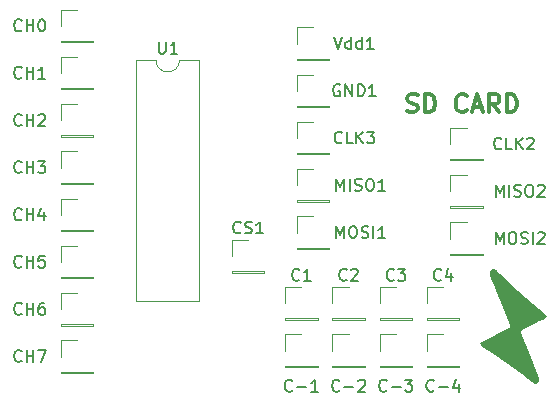
<source format=gbr>
%TF.GenerationSoftware,KiCad,Pcbnew,9.0.7*%
%TF.CreationDate,2026-01-12T11:45:57+08:00*%
%TF.ProjectId,Motherboard,4d6f7468-6572-4626-9f61-72642e6b6963,rev?*%
%TF.SameCoordinates,Original*%
%TF.FileFunction,Legend,Top*%
%TF.FilePolarity,Positive*%
%FSLAX46Y46*%
G04 Gerber Fmt 4.6, Leading zero omitted, Abs format (unit mm)*
G04 Created by KiCad (PCBNEW 9.0.7) date 2026-01-12 11:45:57*
%MOMM*%
%LPD*%
G01*
G04 APERTURE LIST*
%ADD10C,0.000000*%
%ADD11C,0.300000*%
%ADD12C,0.150000*%
%ADD13C,0.120000*%
G04 APERTURE END LIST*
D10*
G36*
X127279413Y-135087863D02*
G01*
X127311341Y-135091289D01*
X127344290Y-135097623D01*
X127378210Y-135106971D01*
X127413053Y-135119444D01*
X127448771Y-135135147D01*
X127485315Y-135154189D01*
X127522638Y-135176679D01*
X127560689Y-135202723D01*
X127599422Y-135232431D01*
X127599422Y-135232438D01*
X127850655Y-135495588D01*
X128126083Y-135772153D01*
X128729044Y-136350295D01*
X129367338Y-136936399D01*
X130000000Y-137500000D01*
X131084560Y-138437833D01*
X131654995Y-138920075D01*
X131669488Y-138931116D01*
X131683008Y-138942422D01*
X131695551Y-138953971D01*
X131707116Y-138965738D01*
X131717697Y-138977701D01*
X131727294Y-138989834D01*
X131735902Y-139002114D01*
X131743519Y-139014518D01*
X131750141Y-139027020D01*
X131755766Y-139039599D01*
X131760391Y-139052229D01*
X131764012Y-139064887D01*
X131766626Y-139077549D01*
X131768232Y-139090191D01*
X131768825Y-139102790D01*
X131768402Y-139115321D01*
X131766961Y-139127761D01*
X131764499Y-139140086D01*
X131761012Y-139152271D01*
X131756497Y-139164294D01*
X131750953Y-139176130D01*
X131744374Y-139187756D01*
X131736760Y-139199147D01*
X131728105Y-139210280D01*
X131718409Y-139221131D01*
X131707667Y-139231676D01*
X131695876Y-139241891D01*
X131683034Y-139251753D01*
X131669137Y-139261237D01*
X131654183Y-139270320D01*
X131638168Y-139278978D01*
X131621090Y-139287187D01*
X131142638Y-139524166D01*
X130659691Y-139767936D01*
X130181190Y-140014415D01*
X129716076Y-140259522D01*
X129701470Y-140266783D01*
X129687413Y-140274707D01*
X129674015Y-140283324D01*
X129661388Y-140292660D01*
X129655397Y-140297608D01*
X129649641Y-140302746D01*
X129644132Y-140308078D01*
X129638886Y-140313608D01*
X129633915Y-140319340D01*
X129629233Y-140325276D01*
X129624855Y-140331421D01*
X129620794Y-140337777D01*
X129617064Y-140344349D01*
X129613679Y-140351140D01*
X129610653Y-140358154D01*
X129607999Y-140365394D01*
X129605732Y-140372863D01*
X129603865Y-140380566D01*
X129602412Y-140388505D01*
X129601387Y-140396684D01*
X129600804Y-140405107D01*
X129600676Y-140413778D01*
X129601018Y-140422699D01*
X129601844Y-140431875D01*
X129603166Y-140441309D01*
X129605000Y-140451004D01*
X129607359Y-140460964D01*
X129610256Y-140471192D01*
X130361755Y-142366075D01*
X131124996Y-144267961D01*
X131132232Y-144284457D01*
X131138708Y-144302210D01*
X131149201Y-144340967D01*
X131156125Y-144383195D01*
X131159126Y-144427861D01*
X131157854Y-144473928D01*
X131155506Y-144497165D01*
X131151957Y-144520364D01*
X131147163Y-144543396D01*
X131141082Y-144566132D01*
X131133668Y-144588442D01*
X131124878Y-144610198D01*
X131114668Y-144631270D01*
X131102993Y-144651528D01*
X131089810Y-144670843D01*
X131075075Y-144689085D01*
X131058744Y-144706127D01*
X131040773Y-144721837D01*
X131021118Y-144736087D01*
X130999735Y-144748748D01*
X130976579Y-144759689D01*
X130951608Y-144768782D01*
X130924777Y-144775898D01*
X130896041Y-144780906D01*
X130865358Y-144783679D01*
X130832683Y-144784085D01*
X130797972Y-144781997D01*
X130761181Y-144777284D01*
X130203993Y-144356648D01*
X129645961Y-143944090D01*
X128525221Y-143138263D01*
X127394676Y-142349925D01*
X126250042Y-141569200D01*
X126236864Y-141554185D01*
X126224828Y-141539826D01*
X126213912Y-141526089D01*
X126204096Y-141512943D01*
X126195358Y-141500355D01*
X126187677Y-141488292D01*
X126181032Y-141476720D01*
X126175401Y-141465608D01*
X126170765Y-141454923D01*
X126167101Y-141444632D01*
X126164388Y-141434702D01*
X126162605Y-141425101D01*
X126161732Y-141415795D01*
X126161746Y-141406753D01*
X126162627Y-141397941D01*
X126164354Y-141389327D01*
X126166905Y-141380878D01*
X126170260Y-141372561D01*
X126174397Y-141364344D01*
X126179295Y-141356193D01*
X126184932Y-141348077D01*
X126191289Y-141339962D01*
X126198343Y-141331816D01*
X126206073Y-141323606D01*
X126223478Y-141306863D01*
X126243336Y-141289471D01*
X126265476Y-141271169D01*
X126289730Y-141251695D01*
X128604839Y-140047853D01*
X128613570Y-140043067D01*
X128621511Y-140038087D01*
X128628693Y-140032917D01*
X128635141Y-140027563D01*
X128640885Y-140022028D01*
X128645952Y-140016319D01*
X128650369Y-140010441D01*
X128654165Y-140004397D01*
X128657368Y-139998194D01*
X128660005Y-139991836D01*
X128662105Y-139985329D01*
X128663694Y-139978677D01*
X128664802Y-139971885D01*
X128665455Y-139964958D01*
X128665682Y-139957902D01*
X128665510Y-139950721D01*
X128664968Y-139943420D01*
X128664083Y-139936005D01*
X128661396Y-139920850D01*
X128657672Y-139905297D01*
X128653134Y-139889386D01*
X128631298Y-139822953D01*
X127810932Y-137682166D01*
X127602761Y-137147317D01*
X127389246Y-136615051D01*
X127168334Y-136086590D01*
X126937969Y-135563157D01*
X126933071Y-135529513D01*
X126930307Y-135496293D01*
X126929628Y-135463606D01*
X126930987Y-135431558D01*
X126934333Y-135400258D01*
X126939620Y-135369815D01*
X126946799Y-135340335D01*
X126955821Y-135311928D01*
X126966638Y-135284700D01*
X126979201Y-135258761D01*
X126993462Y-135234217D01*
X127009373Y-135211177D01*
X127026885Y-135189748D01*
X127045949Y-135170040D01*
X127066518Y-135152159D01*
X127088543Y-135136213D01*
X127111975Y-135122312D01*
X127136766Y-135110561D01*
X127162868Y-135101071D01*
X127190232Y-135093948D01*
X127218810Y-135089300D01*
X127248553Y-135087236D01*
X127279413Y-135087863D01*
G37*
D11*
X119983082Y-121729400D02*
X120197368Y-121800828D01*
X120197368Y-121800828D02*
X120554510Y-121800828D01*
X120554510Y-121800828D02*
X120697368Y-121729400D01*
X120697368Y-121729400D02*
X120768796Y-121657971D01*
X120768796Y-121657971D02*
X120840225Y-121515114D01*
X120840225Y-121515114D02*
X120840225Y-121372257D01*
X120840225Y-121372257D02*
X120768796Y-121229400D01*
X120768796Y-121229400D02*
X120697368Y-121157971D01*
X120697368Y-121157971D02*
X120554510Y-121086542D01*
X120554510Y-121086542D02*
X120268796Y-121015114D01*
X120268796Y-121015114D02*
X120125939Y-120943685D01*
X120125939Y-120943685D02*
X120054510Y-120872257D01*
X120054510Y-120872257D02*
X119983082Y-120729400D01*
X119983082Y-120729400D02*
X119983082Y-120586542D01*
X119983082Y-120586542D02*
X120054510Y-120443685D01*
X120054510Y-120443685D02*
X120125939Y-120372257D01*
X120125939Y-120372257D02*
X120268796Y-120300828D01*
X120268796Y-120300828D02*
X120625939Y-120300828D01*
X120625939Y-120300828D02*
X120840225Y-120372257D01*
X121483081Y-121800828D02*
X121483081Y-120300828D01*
X121483081Y-120300828D02*
X121840224Y-120300828D01*
X121840224Y-120300828D02*
X122054510Y-120372257D01*
X122054510Y-120372257D02*
X122197367Y-120515114D01*
X122197367Y-120515114D02*
X122268796Y-120657971D01*
X122268796Y-120657971D02*
X122340224Y-120943685D01*
X122340224Y-120943685D02*
X122340224Y-121157971D01*
X122340224Y-121157971D02*
X122268796Y-121443685D01*
X122268796Y-121443685D02*
X122197367Y-121586542D01*
X122197367Y-121586542D02*
X122054510Y-121729400D01*
X122054510Y-121729400D02*
X121840224Y-121800828D01*
X121840224Y-121800828D02*
X121483081Y-121800828D01*
X124983081Y-121657971D02*
X124911653Y-121729400D01*
X124911653Y-121729400D02*
X124697367Y-121800828D01*
X124697367Y-121800828D02*
X124554510Y-121800828D01*
X124554510Y-121800828D02*
X124340224Y-121729400D01*
X124340224Y-121729400D02*
X124197367Y-121586542D01*
X124197367Y-121586542D02*
X124125938Y-121443685D01*
X124125938Y-121443685D02*
X124054510Y-121157971D01*
X124054510Y-121157971D02*
X124054510Y-120943685D01*
X124054510Y-120943685D02*
X124125938Y-120657971D01*
X124125938Y-120657971D02*
X124197367Y-120515114D01*
X124197367Y-120515114D02*
X124340224Y-120372257D01*
X124340224Y-120372257D02*
X124554510Y-120300828D01*
X124554510Y-120300828D02*
X124697367Y-120300828D01*
X124697367Y-120300828D02*
X124911653Y-120372257D01*
X124911653Y-120372257D02*
X124983081Y-120443685D01*
X125554510Y-121372257D02*
X126268796Y-121372257D01*
X125411653Y-121800828D02*
X125911653Y-120300828D01*
X125911653Y-120300828D02*
X126411653Y-121800828D01*
X127768795Y-121800828D02*
X127268795Y-121086542D01*
X126911652Y-121800828D02*
X126911652Y-120300828D01*
X126911652Y-120300828D02*
X127483081Y-120300828D01*
X127483081Y-120300828D02*
X127625938Y-120372257D01*
X127625938Y-120372257D02*
X127697367Y-120443685D01*
X127697367Y-120443685D02*
X127768795Y-120586542D01*
X127768795Y-120586542D02*
X127768795Y-120800828D01*
X127768795Y-120800828D02*
X127697367Y-120943685D01*
X127697367Y-120943685D02*
X127625938Y-121015114D01*
X127625938Y-121015114D02*
X127483081Y-121086542D01*
X127483081Y-121086542D02*
X126911652Y-121086542D01*
X128411652Y-121800828D02*
X128411652Y-120300828D01*
X128411652Y-120300828D02*
X128768795Y-120300828D01*
X128768795Y-120300828D02*
X128983081Y-120372257D01*
X128983081Y-120372257D02*
X129125938Y-120515114D01*
X129125938Y-120515114D02*
X129197367Y-120657971D01*
X129197367Y-120657971D02*
X129268795Y-120943685D01*
X129268795Y-120943685D02*
X129268795Y-121157971D01*
X129268795Y-121157971D02*
X129197367Y-121443685D01*
X129197367Y-121443685D02*
X129125938Y-121586542D01*
X129125938Y-121586542D02*
X128983081Y-121729400D01*
X128983081Y-121729400D02*
X128768795Y-121800828D01*
X128768795Y-121800828D02*
X128411652Y-121800828D01*
D12*
X110214285Y-145359580D02*
X110166666Y-145407200D01*
X110166666Y-145407200D02*
X110023809Y-145454819D01*
X110023809Y-145454819D02*
X109928571Y-145454819D01*
X109928571Y-145454819D02*
X109785714Y-145407200D01*
X109785714Y-145407200D02*
X109690476Y-145311961D01*
X109690476Y-145311961D02*
X109642857Y-145216723D01*
X109642857Y-145216723D02*
X109595238Y-145026247D01*
X109595238Y-145026247D02*
X109595238Y-144883390D01*
X109595238Y-144883390D02*
X109642857Y-144692914D01*
X109642857Y-144692914D02*
X109690476Y-144597676D01*
X109690476Y-144597676D02*
X109785714Y-144502438D01*
X109785714Y-144502438D02*
X109928571Y-144454819D01*
X109928571Y-144454819D02*
X110023809Y-144454819D01*
X110023809Y-144454819D02*
X110166666Y-144502438D01*
X110166666Y-144502438D02*
X110214285Y-144550057D01*
X110642857Y-145073866D02*
X111404762Y-145073866D01*
X112404761Y-145454819D02*
X111833333Y-145454819D01*
X112119047Y-145454819D02*
X112119047Y-144454819D01*
X112119047Y-144454819D02*
X112023809Y-144597676D01*
X112023809Y-144597676D02*
X111928571Y-144692914D01*
X111928571Y-144692914D02*
X111833333Y-144740533D01*
X114214285Y-145359580D02*
X114166666Y-145407200D01*
X114166666Y-145407200D02*
X114023809Y-145454819D01*
X114023809Y-145454819D02*
X113928571Y-145454819D01*
X113928571Y-145454819D02*
X113785714Y-145407200D01*
X113785714Y-145407200D02*
X113690476Y-145311961D01*
X113690476Y-145311961D02*
X113642857Y-145216723D01*
X113642857Y-145216723D02*
X113595238Y-145026247D01*
X113595238Y-145026247D02*
X113595238Y-144883390D01*
X113595238Y-144883390D02*
X113642857Y-144692914D01*
X113642857Y-144692914D02*
X113690476Y-144597676D01*
X113690476Y-144597676D02*
X113785714Y-144502438D01*
X113785714Y-144502438D02*
X113928571Y-144454819D01*
X113928571Y-144454819D02*
X114023809Y-144454819D01*
X114023809Y-144454819D02*
X114166666Y-144502438D01*
X114166666Y-144502438D02*
X114214285Y-144550057D01*
X114642857Y-145073866D02*
X115404762Y-145073866D01*
X115833333Y-144550057D02*
X115880952Y-144502438D01*
X115880952Y-144502438D02*
X115976190Y-144454819D01*
X115976190Y-144454819D02*
X116214285Y-144454819D01*
X116214285Y-144454819D02*
X116309523Y-144502438D01*
X116309523Y-144502438D02*
X116357142Y-144550057D01*
X116357142Y-144550057D02*
X116404761Y-144645295D01*
X116404761Y-144645295D02*
X116404761Y-144740533D01*
X116404761Y-144740533D02*
X116357142Y-144883390D01*
X116357142Y-144883390D02*
X115785714Y-145454819D01*
X115785714Y-145454819D02*
X116404761Y-145454819D01*
X118214285Y-145359580D02*
X118166666Y-145407200D01*
X118166666Y-145407200D02*
X118023809Y-145454819D01*
X118023809Y-145454819D02*
X117928571Y-145454819D01*
X117928571Y-145454819D02*
X117785714Y-145407200D01*
X117785714Y-145407200D02*
X117690476Y-145311961D01*
X117690476Y-145311961D02*
X117642857Y-145216723D01*
X117642857Y-145216723D02*
X117595238Y-145026247D01*
X117595238Y-145026247D02*
X117595238Y-144883390D01*
X117595238Y-144883390D02*
X117642857Y-144692914D01*
X117642857Y-144692914D02*
X117690476Y-144597676D01*
X117690476Y-144597676D02*
X117785714Y-144502438D01*
X117785714Y-144502438D02*
X117928571Y-144454819D01*
X117928571Y-144454819D02*
X118023809Y-144454819D01*
X118023809Y-144454819D02*
X118166666Y-144502438D01*
X118166666Y-144502438D02*
X118214285Y-144550057D01*
X118642857Y-145073866D02*
X119404762Y-145073866D01*
X119785714Y-144454819D02*
X120404761Y-144454819D01*
X120404761Y-144454819D02*
X120071428Y-144835771D01*
X120071428Y-144835771D02*
X120214285Y-144835771D01*
X120214285Y-144835771D02*
X120309523Y-144883390D01*
X120309523Y-144883390D02*
X120357142Y-144931009D01*
X120357142Y-144931009D02*
X120404761Y-145026247D01*
X120404761Y-145026247D02*
X120404761Y-145264342D01*
X120404761Y-145264342D02*
X120357142Y-145359580D01*
X120357142Y-145359580D02*
X120309523Y-145407200D01*
X120309523Y-145407200D02*
X120214285Y-145454819D01*
X120214285Y-145454819D02*
X119928571Y-145454819D01*
X119928571Y-145454819D02*
X119833333Y-145407200D01*
X119833333Y-145407200D02*
X119785714Y-145359580D01*
X122214285Y-145359580D02*
X122166666Y-145407200D01*
X122166666Y-145407200D02*
X122023809Y-145454819D01*
X122023809Y-145454819D02*
X121928571Y-145454819D01*
X121928571Y-145454819D02*
X121785714Y-145407200D01*
X121785714Y-145407200D02*
X121690476Y-145311961D01*
X121690476Y-145311961D02*
X121642857Y-145216723D01*
X121642857Y-145216723D02*
X121595238Y-145026247D01*
X121595238Y-145026247D02*
X121595238Y-144883390D01*
X121595238Y-144883390D02*
X121642857Y-144692914D01*
X121642857Y-144692914D02*
X121690476Y-144597676D01*
X121690476Y-144597676D02*
X121785714Y-144502438D01*
X121785714Y-144502438D02*
X121928571Y-144454819D01*
X121928571Y-144454819D02*
X122023809Y-144454819D01*
X122023809Y-144454819D02*
X122166666Y-144502438D01*
X122166666Y-144502438D02*
X122214285Y-144550057D01*
X122642857Y-145073866D02*
X123404762Y-145073866D01*
X124309523Y-144788152D02*
X124309523Y-145454819D01*
X124071428Y-144407200D02*
X123833333Y-145121485D01*
X123833333Y-145121485D02*
X124452380Y-145121485D01*
X110833333Y-135979580D02*
X110785714Y-136027200D01*
X110785714Y-136027200D02*
X110642857Y-136074819D01*
X110642857Y-136074819D02*
X110547619Y-136074819D01*
X110547619Y-136074819D02*
X110404762Y-136027200D01*
X110404762Y-136027200D02*
X110309524Y-135931961D01*
X110309524Y-135931961D02*
X110261905Y-135836723D01*
X110261905Y-135836723D02*
X110214286Y-135646247D01*
X110214286Y-135646247D02*
X110214286Y-135503390D01*
X110214286Y-135503390D02*
X110261905Y-135312914D01*
X110261905Y-135312914D02*
X110309524Y-135217676D01*
X110309524Y-135217676D02*
X110404762Y-135122438D01*
X110404762Y-135122438D02*
X110547619Y-135074819D01*
X110547619Y-135074819D02*
X110642857Y-135074819D01*
X110642857Y-135074819D02*
X110785714Y-135122438D01*
X110785714Y-135122438D02*
X110833333Y-135170057D01*
X111785714Y-136074819D02*
X111214286Y-136074819D01*
X111500000Y-136074819D02*
X111500000Y-135074819D01*
X111500000Y-135074819D02*
X111404762Y-135217676D01*
X111404762Y-135217676D02*
X111309524Y-135312914D01*
X111309524Y-135312914D02*
X111214286Y-135360533D01*
X114833333Y-135979580D02*
X114785714Y-136027200D01*
X114785714Y-136027200D02*
X114642857Y-136074819D01*
X114642857Y-136074819D02*
X114547619Y-136074819D01*
X114547619Y-136074819D02*
X114404762Y-136027200D01*
X114404762Y-136027200D02*
X114309524Y-135931961D01*
X114309524Y-135931961D02*
X114261905Y-135836723D01*
X114261905Y-135836723D02*
X114214286Y-135646247D01*
X114214286Y-135646247D02*
X114214286Y-135503390D01*
X114214286Y-135503390D02*
X114261905Y-135312914D01*
X114261905Y-135312914D02*
X114309524Y-135217676D01*
X114309524Y-135217676D02*
X114404762Y-135122438D01*
X114404762Y-135122438D02*
X114547619Y-135074819D01*
X114547619Y-135074819D02*
X114642857Y-135074819D01*
X114642857Y-135074819D02*
X114785714Y-135122438D01*
X114785714Y-135122438D02*
X114833333Y-135170057D01*
X115214286Y-135170057D02*
X115261905Y-135122438D01*
X115261905Y-135122438D02*
X115357143Y-135074819D01*
X115357143Y-135074819D02*
X115595238Y-135074819D01*
X115595238Y-135074819D02*
X115690476Y-135122438D01*
X115690476Y-135122438D02*
X115738095Y-135170057D01*
X115738095Y-135170057D02*
X115785714Y-135265295D01*
X115785714Y-135265295D02*
X115785714Y-135360533D01*
X115785714Y-135360533D02*
X115738095Y-135503390D01*
X115738095Y-135503390D02*
X115166667Y-136074819D01*
X115166667Y-136074819D02*
X115785714Y-136074819D01*
X118833333Y-135979580D02*
X118785714Y-136027200D01*
X118785714Y-136027200D02*
X118642857Y-136074819D01*
X118642857Y-136074819D02*
X118547619Y-136074819D01*
X118547619Y-136074819D02*
X118404762Y-136027200D01*
X118404762Y-136027200D02*
X118309524Y-135931961D01*
X118309524Y-135931961D02*
X118261905Y-135836723D01*
X118261905Y-135836723D02*
X118214286Y-135646247D01*
X118214286Y-135646247D02*
X118214286Y-135503390D01*
X118214286Y-135503390D02*
X118261905Y-135312914D01*
X118261905Y-135312914D02*
X118309524Y-135217676D01*
X118309524Y-135217676D02*
X118404762Y-135122438D01*
X118404762Y-135122438D02*
X118547619Y-135074819D01*
X118547619Y-135074819D02*
X118642857Y-135074819D01*
X118642857Y-135074819D02*
X118785714Y-135122438D01*
X118785714Y-135122438D02*
X118833333Y-135170057D01*
X119166667Y-135074819D02*
X119785714Y-135074819D01*
X119785714Y-135074819D02*
X119452381Y-135455771D01*
X119452381Y-135455771D02*
X119595238Y-135455771D01*
X119595238Y-135455771D02*
X119690476Y-135503390D01*
X119690476Y-135503390D02*
X119738095Y-135551009D01*
X119738095Y-135551009D02*
X119785714Y-135646247D01*
X119785714Y-135646247D02*
X119785714Y-135884342D01*
X119785714Y-135884342D02*
X119738095Y-135979580D01*
X119738095Y-135979580D02*
X119690476Y-136027200D01*
X119690476Y-136027200D02*
X119595238Y-136074819D01*
X119595238Y-136074819D02*
X119309524Y-136074819D01*
X119309524Y-136074819D02*
X119214286Y-136027200D01*
X119214286Y-136027200D02*
X119166667Y-135979580D01*
X122833333Y-135979580D02*
X122785714Y-136027200D01*
X122785714Y-136027200D02*
X122642857Y-136074819D01*
X122642857Y-136074819D02*
X122547619Y-136074819D01*
X122547619Y-136074819D02*
X122404762Y-136027200D01*
X122404762Y-136027200D02*
X122309524Y-135931961D01*
X122309524Y-135931961D02*
X122261905Y-135836723D01*
X122261905Y-135836723D02*
X122214286Y-135646247D01*
X122214286Y-135646247D02*
X122214286Y-135503390D01*
X122214286Y-135503390D02*
X122261905Y-135312914D01*
X122261905Y-135312914D02*
X122309524Y-135217676D01*
X122309524Y-135217676D02*
X122404762Y-135122438D01*
X122404762Y-135122438D02*
X122547619Y-135074819D01*
X122547619Y-135074819D02*
X122642857Y-135074819D01*
X122642857Y-135074819D02*
X122785714Y-135122438D01*
X122785714Y-135122438D02*
X122833333Y-135170057D01*
X123690476Y-135408152D02*
X123690476Y-136074819D01*
X123452381Y-135027200D02*
X123214286Y-135741485D01*
X123214286Y-135741485D02*
X123833333Y-135741485D01*
X98928095Y-115844819D02*
X98928095Y-116654342D01*
X98928095Y-116654342D02*
X98975714Y-116749580D01*
X98975714Y-116749580D02*
X99023333Y-116797200D01*
X99023333Y-116797200D02*
X99118571Y-116844819D01*
X99118571Y-116844819D02*
X99309047Y-116844819D01*
X99309047Y-116844819D02*
X99404285Y-116797200D01*
X99404285Y-116797200D02*
X99451904Y-116749580D01*
X99451904Y-116749580D02*
X99499523Y-116654342D01*
X99499523Y-116654342D02*
X99499523Y-115844819D01*
X100499523Y-116844819D02*
X99928095Y-116844819D01*
X100213809Y-116844819D02*
X100213809Y-115844819D01*
X100213809Y-115844819D02*
X100118571Y-115987676D01*
X100118571Y-115987676D02*
X100023333Y-116082914D01*
X100023333Y-116082914D02*
X99928095Y-116130533D01*
X113785714Y-115454819D02*
X114119047Y-116454819D01*
X114119047Y-116454819D02*
X114452380Y-115454819D01*
X115214285Y-116454819D02*
X115214285Y-115454819D01*
X115214285Y-116407200D02*
X115119047Y-116454819D01*
X115119047Y-116454819D02*
X114928571Y-116454819D01*
X114928571Y-116454819D02*
X114833333Y-116407200D01*
X114833333Y-116407200D02*
X114785714Y-116359580D01*
X114785714Y-116359580D02*
X114738095Y-116264342D01*
X114738095Y-116264342D02*
X114738095Y-115978628D01*
X114738095Y-115978628D02*
X114785714Y-115883390D01*
X114785714Y-115883390D02*
X114833333Y-115835771D01*
X114833333Y-115835771D02*
X114928571Y-115788152D01*
X114928571Y-115788152D02*
X115119047Y-115788152D01*
X115119047Y-115788152D02*
X115214285Y-115835771D01*
X116119047Y-116454819D02*
X116119047Y-115454819D01*
X116119047Y-116407200D02*
X116023809Y-116454819D01*
X116023809Y-116454819D02*
X115833333Y-116454819D01*
X115833333Y-116454819D02*
X115738095Y-116407200D01*
X115738095Y-116407200D02*
X115690476Y-116359580D01*
X115690476Y-116359580D02*
X115642857Y-116264342D01*
X115642857Y-116264342D02*
X115642857Y-115978628D01*
X115642857Y-115978628D02*
X115690476Y-115883390D01*
X115690476Y-115883390D02*
X115738095Y-115835771D01*
X115738095Y-115835771D02*
X115833333Y-115788152D01*
X115833333Y-115788152D02*
X116023809Y-115788152D01*
X116023809Y-115788152D02*
X116119047Y-115835771D01*
X117119047Y-116454819D02*
X116547619Y-116454819D01*
X116833333Y-116454819D02*
X116833333Y-115454819D01*
X116833333Y-115454819D02*
X116738095Y-115597676D01*
X116738095Y-115597676D02*
X116642857Y-115692914D01*
X116642857Y-115692914D02*
X116547619Y-115740533D01*
X127452381Y-132954819D02*
X127452381Y-131954819D01*
X127452381Y-131954819D02*
X127785714Y-132669104D01*
X127785714Y-132669104D02*
X128119047Y-131954819D01*
X128119047Y-131954819D02*
X128119047Y-132954819D01*
X128785714Y-131954819D02*
X128976190Y-131954819D01*
X128976190Y-131954819D02*
X129071428Y-132002438D01*
X129071428Y-132002438D02*
X129166666Y-132097676D01*
X129166666Y-132097676D02*
X129214285Y-132288152D01*
X129214285Y-132288152D02*
X129214285Y-132621485D01*
X129214285Y-132621485D02*
X129166666Y-132811961D01*
X129166666Y-132811961D02*
X129071428Y-132907200D01*
X129071428Y-132907200D02*
X128976190Y-132954819D01*
X128976190Y-132954819D02*
X128785714Y-132954819D01*
X128785714Y-132954819D02*
X128690476Y-132907200D01*
X128690476Y-132907200D02*
X128595238Y-132811961D01*
X128595238Y-132811961D02*
X128547619Y-132621485D01*
X128547619Y-132621485D02*
X128547619Y-132288152D01*
X128547619Y-132288152D02*
X128595238Y-132097676D01*
X128595238Y-132097676D02*
X128690476Y-132002438D01*
X128690476Y-132002438D02*
X128785714Y-131954819D01*
X129595238Y-132907200D02*
X129738095Y-132954819D01*
X129738095Y-132954819D02*
X129976190Y-132954819D01*
X129976190Y-132954819D02*
X130071428Y-132907200D01*
X130071428Y-132907200D02*
X130119047Y-132859580D01*
X130119047Y-132859580D02*
X130166666Y-132764342D01*
X130166666Y-132764342D02*
X130166666Y-132669104D01*
X130166666Y-132669104D02*
X130119047Y-132573866D01*
X130119047Y-132573866D02*
X130071428Y-132526247D01*
X130071428Y-132526247D02*
X129976190Y-132478628D01*
X129976190Y-132478628D02*
X129785714Y-132431009D01*
X129785714Y-132431009D02*
X129690476Y-132383390D01*
X129690476Y-132383390D02*
X129642857Y-132335771D01*
X129642857Y-132335771D02*
X129595238Y-132240533D01*
X129595238Y-132240533D02*
X129595238Y-132145295D01*
X129595238Y-132145295D02*
X129642857Y-132050057D01*
X129642857Y-132050057D02*
X129690476Y-132002438D01*
X129690476Y-132002438D02*
X129785714Y-131954819D01*
X129785714Y-131954819D02*
X130023809Y-131954819D01*
X130023809Y-131954819D02*
X130166666Y-132002438D01*
X130595238Y-132954819D02*
X130595238Y-131954819D01*
X131023809Y-132050057D02*
X131071428Y-132002438D01*
X131071428Y-132002438D02*
X131166666Y-131954819D01*
X131166666Y-131954819D02*
X131404761Y-131954819D01*
X131404761Y-131954819D02*
X131499999Y-132002438D01*
X131499999Y-132002438D02*
X131547618Y-132050057D01*
X131547618Y-132050057D02*
X131595237Y-132145295D01*
X131595237Y-132145295D02*
X131595237Y-132240533D01*
X131595237Y-132240533D02*
X131547618Y-132383390D01*
X131547618Y-132383390D02*
X130976190Y-132954819D01*
X130976190Y-132954819D02*
X131595237Y-132954819D01*
X127452381Y-128954819D02*
X127452381Y-127954819D01*
X127452381Y-127954819D02*
X127785714Y-128669104D01*
X127785714Y-128669104D02*
X128119047Y-127954819D01*
X128119047Y-127954819D02*
X128119047Y-128954819D01*
X128595238Y-128954819D02*
X128595238Y-127954819D01*
X129023809Y-128907200D02*
X129166666Y-128954819D01*
X129166666Y-128954819D02*
X129404761Y-128954819D01*
X129404761Y-128954819D02*
X129499999Y-128907200D01*
X129499999Y-128907200D02*
X129547618Y-128859580D01*
X129547618Y-128859580D02*
X129595237Y-128764342D01*
X129595237Y-128764342D02*
X129595237Y-128669104D01*
X129595237Y-128669104D02*
X129547618Y-128573866D01*
X129547618Y-128573866D02*
X129499999Y-128526247D01*
X129499999Y-128526247D02*
X129404761Y-128478628D01*
X129404761Y-128478628D02*
X129214285Y-128431009D01*
X129214285Y-128431009D02*
X129119047Y-128383390D01*
X129119047Y-128383390D02*
X129071428Y-128335771D01*
X129071428Y-128335771D02*
X129023809Y-128240533D01*
X129023809Y-128240533D02*
X129023809Y-128145295D01*
X129023809Y-128145295D02*
X129071428Y-128050057D01*
X129071428Y-128050057D02*
X129119047Y-128002438D01*
X129119047Y-128002438D02*
X129214285Y-127954819D01*
X129214285Y-127954819D02*
X129452380Y-127954819D01*
X129452380Y-127954819D02*
X129595237Y-128002438D01*
X130214285Y-127954819D02*
X130404761Y-127954819D01*
X130404761Y-127954819D02*
X130499999Y-128002438D01*
X130499999Y-128002438D02*
X130595237Y-128097676D01*
X130595237Y-128097676D02*
X130642856Y-128288152D01*
X130642856Y-128288152D02*
X130642856Y-128621485D01*
X130642856Y-128621485D02*
X130595237Y-128811961D01*
X130595237Y-128811961D02*
X130499999Y-128907200D01*
X130499999Y-128907200D02*
X130404761Y-128954819D01*
X130404761Y-128954819D02*
X130214285Y-128954819D01*
X130214285Y-128954819D02*
X130119047Y-128907200D01*
X130119047Y-128907200D02*
X130023809Y-128811961D01*
X130023809Y-128811961D02*
X129976190Y-128621485D01*
X129976190Y-128621485D02*
X129976190Y-128288152D01*
X129976190Y-128288152D02*
X130023809Y-128097676D01*
X130023809Y-128097676D02*
X130119047Y-128002438D01*
X130119047Y-128002438D02*
X130214285Y-127954819D01*
X131023809Y-128050057D02*
X131071428Y-128002438D01*
X131071428Y-128002438D02*
X131166666Y-127954819D01*
X131166666Y-127954819D02*
X131404761Y-127954819D01*
X131404761Y-127954819D02*
X131499999Y-128002438D01*
X131499999Y-128002438D02*
X131547618Y-128050057D01*
X131547618Y-128050057D02*
X131595237Y-128145295D01*
X131595237Y-128145295D02*
X131595237Y-128240533D01*
X131595237Y-128240533D02*
X131547618Y-128383390D01*
X131547618Y-128383390D02*
X130976190Y-128954819D01*
X130976190Y-128954819D02*
X131595237Y-128954819D01*
X127928571Y-124859580D02*
X127880952Y-124907200D01*
X127880952Y-124907200D02*
X127738095Y-124954819D01*
X127738095Y-124954819D02*
X127642857Y-124954819D01*
X127642857Y-124954819D02*
X127500000Y-124907200D01*
X127500000Y-124907200D02*
X127404762Y-124811961D01*
X127404762Y-124811961D02*
X127357143Y-124716723D01*
X127357143Y-124716723D02*
X127309524Y-124526247D01*
X127309524Y-124526247D02*
X127309524Y-124383390D01*
X127309524Y-124383390D02*
X127357143Y-124192914D01*
X127357143Y-124192914D02*
X127404762Y-124097676D01*
X127404762Y-124097676D02*
X127500000Y-124002438D01*
X127500000Y-124002438D02*
X127642857Y-123954819D01*
X127642857Y-123954819D02*
X127738095Y-123954819D01*
X127738095Y-123954819D02*
X127880952Y-124002438D01*
X127880952Y-124002438D02*
X127928571Y-124050057D01*
X128833333Y-124954819D02*
X128357143Y-124954819D01*
X128357143Y-124954819D02*
X128357143Y-123954819D01*
X129166667Y-124954819D02*
X129166667Y-123954819D01*
X129738095Y-124954819D02*
X129309524Y-124383390D01*
X129738095Y-123954819D02*
X129166667Y-124526247D01*
X130119048Y-124050057D02*
X130166667Y-124002438D01*
X130166667Y-124002438D02*
X130261905Y-123954819D01*
X130261905Y-123954819D02*
X130500000Y-123954819D01*
X130500000Y-123954819D02*
X130595238Y-124002438D01*
X130595238Y-124002438D02*
X130642857Y-124050057D01*
X130642857Y-124050057D02*
X130690476Y-124145295D01*
X130690476Y-124145295D02*
X130690476Y-124240533D01*
X130690476Y-124240533D02*
X130642857Y-124383390D01*
X130642857Y-124383390D02*
X130071429Y-124954819D01*
X130071429Y-124954819D02*
X130690476Y-124954819D01*
X87309523Y-142859580D02*
X87261904Y-142907200D01*
X87261904Y-142907200D02*
X87119047Y-142954819D01*
X87119047Y-142954819D02*
X87023809Y-142954819D01*
X87023809Y-142954819D02*
X86880952Y-142907200D01*
X86880952Y-142907200D02*
X86785714Y-142811961D01*
X86785714Y-142811961D02*
X86738095Y-142716723D01*
X86738095Y-142716723D02*
X86690476Y-142526247D01*
X86690476Y-142526247D02*
X86690476Y-142383390D01*
X86690476Y-142383390D02*
X86738095Y-142192914D01*
X86738095Y-142192914D02*
X86785714Y-142097676D01*
X86785714Y-142097676D02*
X86880952Y-142002438D01*
X86880952Y-142002438D02*
X87023809Y-141954819D01*
X87023809Y-141954819D02*
X87119047Y-141954819D01*
X87119047Y-141954819D02*
X87261904Y-142002438D01*
X87261904Y-142002438D02*
X87309523Y-142050057D01*
X87738095Y-142954819D02*
X87738095Y-141954819D01*
X87738095Y-142431009D02*
X88309523Y-142431009D01*
X88309523Y-142954819D02*
X88309523Y-141954819D01*
X88690476Y-141954819D02*
X89357142Y-141954819D01*
X89357142Y-141954819D02*
X88928571Y-142954819D01*
X87309523Y-114859580D02*
X87261904Y-114907200D01*
X87261904Y-114907200D02*
X87119047Y-114954819D01*
X87119047Y-114954819D02*
X87023809Y-114954819D01*
X87023809Y-114954819D02*
X86880952Y-114907200D01*
X86880952Y-114907200D02*
X86785714Y-114811961D01*
X86785714Y-114811961D02*
X86738095Y-114716723D01*
X86738095Y-114716723D02*
X86690476Y-114526247D01*
X86690476Y-114526247D02*
X86690476Y-114383390D01*
X86690476Y-114383390D02*
X86738095Y-114192914D01*
X86738095Y-114192914D02*
X86785714Y-114097676D01*
X86785714Y-114097676D02*
X86880952Y-114002438D01*
X86880952Y-114002438D02*
X87023809Y-113954819D01*
X87023809Y-113954819D02*
X87119047Y-113954819D01*
X87119047Y-113954819D02*
X87261904Y-114002438D01*
X87261904Y-114002438D02*
X87309523Y-114050057D01*
X87738095Y-114954819D02*
X87738095Y-113954819D01*
X87738095Y-114431009D02*
X88309523Y-114431009D01*
X88309523Y-114954819D02*
X88309523Y-113954819D01*
X88976190Y-113954819D02*
X89071428Y-113954819D01*
X89071428Y-113954819D02*
X89166666Y-114002438D01*
X89166666Y-114002438D02*
X89214285Y-114050057D01*
X89214285Y-114050057D02*
X89261904Y-114145295D01*
X89261904Y-114145295D02*
X89309523Y-114335771D01*
X89309523Y-114335771D02*
X89309523Y-114573866D01*
X89309523Y-114573866D02*
X89261904Y-114764342D01*
X89261904Y-114764342D02*
X89214285Y-114859580D01*
X89214285Y-114859580D02*
X89166666Y-114907200D01*
X89166666Y-114907200D02*
X89071428Y-114954819D01*
X89071428Y-114954819D02*
X88976190Y-114954819D01*
X88976190Y-114954819D02*
X88880952Y-114907200D01*
X88880952Y-114907200D02*
X88833333Y-114859580D01*
X88833333Y-114859580D02*
X88785714Y-114764342D01*
X88785714Y-114764342D02*
X88738095Y-114573866D01*
X88738095Y-114573866D02*
X88738095Y-114335771D01*
X88738095Y-114335771D02*
X88785714Y-114145295D01*
X88785714Y-114145295D02*
X88833333Y-114050057D01*
X88833333Y-114050057D02*
X88880952Y-114002438D01*
X88880952Y-114002438D02*
X88976190Y-113954819D01*
X114261904Y-119502438D02*
X114166666Y-119454819D01*
X114166666Y-119454819D02*
X114023809Y-119454819D01*
X114023809Y-119454819D02*
X113880952Y-119502438D01*
X113880952Y-119502438D02*
X113785714Y-119597676D01*
X113785714Y-119597676D02*
X113738095Y-119692914D01*
X113738095Y-119692914D02*
X113690476Y-119883390D01*
X113690476Y-119883390D02*
X113690476Y-120026247D01*
X113690476Y-120026247D02*
X113738095Y-120216723D01*
X113738095Y-120216723D02*
X113785714Y-120311961D01*
X113785714Y-120311961D02*
X113880952Y-120407200D01*
X113880952Y-120407200D02*
X114023809Y-120454819D01*
X114023809Y-120454819D02*
X114119047Y-120454819D01*
X114119047Y-120454819D02*
X114261904Y-120407200D01*
X114261904Y-120407200D02*
X114309523Y-120359580D01*
X114309523Y-120359580D02*
X114309523Y-120026247D01*
X114309523Y-120026247D02*
X114119047Y-120026247D01*
X114738095Y-120454819D02*
X114738095Y-119454819D01*
X114738095Y-119454819D02*
X115309523Y-120454819D01*
X115309523Y-120454819D02*
X115309523Y-119454819D01*
X115785714Y-120454819D02*
X115785714Y-119454819D01*
X115785714Y-119454819D02*
X116023809Y-119454819D01*
X116023809Y-119454819D02*
X116166666Y-119502438D01*
X116166666Y-119502438D02*
X116261904Y-119597676D01*
X116261904Y-119597676D02*
X116309523Y-119692914D01*
X116309523Y-119692914D02*
X116357142Y-119883390D01*
X116357142Y-119883390D02*
X116357142Y-120026247D01*
X116357142Y-120026247D02*
X116309523Y-120216723D01*
X116309523Y-120216723D02*
X116261904Y-120311961D01*
X116261904Y-120311961D02*
X116166666Y-120407200D01*
X116166666Y-120407200D02*
X116023809Y-120454819D01*
X116023809Y-120454819D02*
X115785714Y-120454819D01*
X117309523Y-120454819D02*
X116738095Y-120454819D01*
X117023809Y-120454819D02*
X117023809Y-119454819D01*
X117023809Y-119454819D02*
X116928571Y-119597676D01*
X116928571Y-119597676D02*
X116833333Y-119692914D01*
X116833333Y-119692914D02*
X116738095Y-119740533D01*
X87309523Y-122859580D02*
X87261904Y-122907200D01*
X87261904Y-122907200D02*
X87119047Y-122954819D01*
X87119047Y-122954819D02*
X87023809Y-122954819D01*
X87023809Y-122954819D02*
X86880952Y-122907200D01*
X86880952Y-122907200D02*
X86785714Y-122811961D01*
X86785714Y-122811961D02*
X86738095Y-122716723D01*
X86738095Y-122716723D02*
X86690476Y-122526247D01*
X86690476Y-122526247D02*
X86690476Y-122383390D01*
X86690476Y-122383390D02*
X86738095Y-122192914D01*
X86738095Y-122192914D02*
X86785714Y-122097676D01*
X86785714Y-122097676D02*
X86880952Y-122002438D01*
X86880952Y-122002438D02*
X87023809Y-121954819D01*
X87023809Y-121954819D02*
X87119047Y-121954819D01*
X87119047Y-121954819D02*
X87261904Y-122002438D01*
X87261904Y-122002438D02*
X87309523Y-122050057D01*
X87738095Y-122954819D02*
X87738095Y-121954819D01*
X87738095Y-122431009D02*
X88309523Y-122431009D01*
X88309523Y-122954819D02*
X88309523Y-121954819D01*
X88738095Y-122050057D02*
X88785714Y-122002438D01*
X88785714Y-122002438D02*
X88880952Y-121954819D01*
X88880952Y-121954819D02*
X89119047Y-121954819D01*
X89119047Y-121954819D02*
X89214285Y-122002438D01*
X89214285Y-122002438D02*
X89261904Y-122050057D01*
X89261904Y-122050057D02*
X89309523Y-122145295D01*
X89309523Y-122145295D02*
X89309523Y-122240533D01*
X89309523Y-122240533D02*
X89261904Y-122383390D01*
X89261904Y-122383390D02*
X88690476Y-122954819D01*
X88690476Y-122954819D02*
X89309523Y-122954819D01*
X87309523Y-130859580D02*
X87261904Y-130907200D01*
X87261904Y-130907200D02*
X87119047Y-130954819D01*
X87119047Y-130954819D02*
X87023809Y-130954819D01*
X87023809Y-130954819D02*
X86880952Y-130907200D01*
X86880952Y-130907200D02*
X86785714Y-130811961D01*
X86785714Y-130811961D02*
X86738095Y-130716723D01*
X86738095Y-130716723D02*
X86690476Y-130526247D01*
X86690476Y-130526247D02*
X86690476Y-130383390D01*
X86690476Y-130383390D02*
X86738095Y-130192914D01*
X86738095Y-130192914D02*
X86785714Y-130097676D01*
X86785714Y-130097676D02*
X86880952Y-130002438D01*
X86880952Y-130002438D02*
X87023809Y-129954819D01*
X87023809Y-129954819D02*
X87119047Y-129954819D01*
X87119047Y-129954819D02*
X87261904Y-130002438D01*
X87261904Y-130002438D02*
X87309523Y-130050057D01*
X87738095Y-130954819D02*
X87738095Y-129954819D01*
X87738095Y-130431009D02*
X88309523Y-130431009D01*
X88309523Y-130954819D02*
X88309523Y-129954819D01*
X89214285Y-130288152D02*
X89214285Y-130954819D01*
X88976190Y-129907200D02*
X88738095Y-130621485D01*
X88738095Y-130621485D02*
X89357142Y-130621485D01*
X113952381Y-128454819D02*
X113952381Y-127454819D01*
X113952381Y-127454819D02*
X114285714Y-128169104D01*
X114285714Y-128169104D02*
X114619047Y-127454819D01*
X114619047Y-127454819D02*
X114619047Y-128454819D01*
X115095238Y-128454819D02*
X115095238Y-127454819D01*
X115523809Y-128407200D02*
X115666666Y-128454819D01*
X115666666Y-128454819D02*
X115904761Y-128454819D01*
X115904761Y-128454819D02*
X115999999Y-128407200D01*
X115999999Y-128407200D02*
X116047618Y-128359580D01*
X116047618Y-128359580D02*
X116095237Y-128264342D01*
X116095237Y-128264342D02*
X116095237Y-128169104D01*
X116095237Y-128169104D02*
X116047618Y-128073866D01*
X116047618Y-128073866D02*
X115999999Y-128026247D01*
X115999999Y-128026247D02*
X115904761Y-127978628D01*
X115904761Y-127978628D02*
X115714285Y-127931009D01*
X115714285Y-127931009D02*
X115619047Y-127883390D01*
X115619047Y-127883390D02*
X115571428Y-127835771D01*
X115571428Y-127835771D02*
X115523809Y-127740533D01*
X115523809Y-127740533D02*
X115523809Y-127645295D01*
X115523809Y-127645295D02*
X115571428Y-127550057D01*
X115571428Y-127550057D02*
X115619047Y-127502438D01*
X115619047Y-127502438D02*
X115714285Y-127454819D01*
X115714285Y-127454819D02*
X115952380Y-127454819D01*
X115952380Y-127454819D02*
X116095237Y-127502438D01*
X116714285Y-127454819D02*
X116904761Y-127454819D01*
X116904761Y-127454819D02*
X116999999Y-127502438D01*
X116999999Y-127502438D02*
X117095237Y-127597676D01*
X117095237Y-127597676D02*
X117142856Y-127788152D01*
X117142856Y-127788152D02*
X117142856Y-128121485D01*
X117142856Y-128121485D02*
X117095237Y-128311961D01*
X117095237Y-128311961D02*
X116999999Y-128407200D01*
X116999999Y-128407200D02*
X116904761Y-128454819D01*
X116904761Y-128454819D02*
X116714285Y-128454819D01*
X116714285Y-128454819D02*
X116619047Y-128407200D01*
X116619047Y-128407200D02*
X116523809Y-128311961D01*
X116523809Y-128311961D02*
X116476190Y-128121485D01*
X116476190Y-128121485D02*
X116476190Y-127788152D01*
X116476190Y-127788152D02*
X116523809Y-127597676D01*
X116523809Y-127597676D02*
X116619047Y-127502438D01*
X116619047Y-127502438D02*
X116714285Y-127454819D01*
X118095237Y-128454819D02*
X117523809Y-128454819D01*
X117809523Y-128454819D02*
X117809523Y-127454819D01*
X117809523Y-127454819D02*
X117714285Y-127597676D01*
X117714285Y-127597676D02*
X117619047Y-127692914D01*
X117619047Y-127692914D02*
X117523809Y-127740533D01*
X113952381Y-132454819D02*
X113952381Y-131454819D01*
X113952381Y-131454819D02*
X114285714Y-132169104D01*
X114285714Y-132169104D02*
X114619047Y-131454819D01*
X114619047Y-131454819D02*
X114619047Y-132454819D01*
X115285714Y-131454819D02*
X115476190Y-131454819D01*
X115476190Y-131454819D02*
X115571428Y-131502438D01*
X115571428Y-131502438D02*
X115666666Y-131597676D01*
X115666666Y-131597676D02*
X115714285Y-131788152D01*
X115714285Y-131788152D02*
X115714285Y-132121485D01*
X115714285Y-132121485D02*
X115666666Y-132311961D01*
X115666666Y-132311961D02*
X115571428Y-132407200D01*
X115571428Y-132407200D02*
X115476190Y-132454819D01*
X115476190Y-132454819D02*
X115285714Y-132454819D01*
X115285714Y-132454819D02*
X115190476Y-132407200D01*
X115190476Y-132407200D02*
X115095238Y-132311961D01*
X115095238Y-132311961D02*
X115047619Y-132121485D01*
X115047619Y-132121485D02*
X115047619Y-131788152D01*
X115047619Y-131788152D02*
X115095238Y-131597676D01*
X115095238Y-131597676D02*
X115190476Y-131502438D01*
X115190476Y-131502438D02*
X115285714Y-131454819D01*
X116095238Y-132407200D02*
X116238095Y-132454819D01*
X116238095Y-132454819D02*
X116476190Y-132454819D01*
X116476190Y-132454819D02*
X116571428Y-132407200D01*
X116571428Y-132407200D02*
X116619047Y-132359580D01*
X116619047Y-132359580D02*
X116666666Y-132264342D01*
X116666666Y-132264342D02*
X116666666Y-132169104D01*
X116666666Y-132169104D02*
X116619047Y-132073866D01*
X116619047Y-132073866D02*
X116571428Y-132026247D01*
X116571428Y-132026247D02*
X116476190Y-131978628D01*
X116476190Y-131978628D02*
X116285714Y-131931009D01*
X116285714Y-131931009D02*
X116190476Y-131883390D01*
X116190476Y-131883390D02*
X116142857Y-131835771D01*
X116142857Y-131835771D02*
X116095238Y-131740533D01*
X116095238Y-131740533D02*
X116095238Y-131645295D01*
X116095238Y-131645295D02*
X116142857Y-131550057D01*
X116142857Y-131550057D02*
X116190476Y-131502438D01*
X116190476Y-131502438D02*
X116285714Y-131454819D01*
X116285714Y-131454819D02*
X116523809Y-131454819D01*
X116523809Y-131454819D02*
X116666666Y-131502438D01*
X117095238Y-132454819D02*
X117095238Y-131454819D01*
X118095237Y-132454819D02*
X117523809Y-132454819D01*
X117809523Y-132454819D02*
X117809523Y-131454819D01*
X117809523Y-131454819D02*
X117714285Y-131597676D01*
X117714285Y-131597676D02*
X117619047Y-131692914D01*
X117619047Y-131692914D02*
X117523809Y-131740533D01*
X87309523Y-138859580D02*
X87261904Y-138907200D01*
X87261904Y-138907200D02*
X87119047Y-138954819D01*
X87119047Y-138954819D02*
X87023809Y-138954819D01*
X87023809Y-138954819D02*
X86880952Y-138907200D01*
X86880952Y-138907200D02*
X86785714Y-138811961D01*
X86785714Y-138811961D02*
X86738095Y-138716723D01*
X86738095Y-138716723D02*
X86690476Y-138526247D01*
X86690476Y-138526247D02*
X86690476Y-138383390D01*
X86690476Y-138383390D02*
X86738095Y-138192914D01*
X86738095Y-138192914D02*
X86785714Y-138097676D01*
X86785714Y-138097676D02*
X86880952Y-138002438D01*
X86880952Y-138002438D02*
X87023809Y-137954819D01*
X87023809Y-137954819D02*
X87119047Y-137954819D01*
X87119047Y-137954819D02*
X87261904Y-138002438D01*
X87261904Y-138002438D02*
X87309523Y-138050057D01*
X87738095Y-138954819D02*
X87738095Y-137954819D01*
X87738095Y-138431009D02*
X88309523Y-138431009D01*
X88309523Y-138954819D02*
X88309523Y-137954819D01*
X89214285Y-137954819D02*
X89023809Y-137954819D01*
X89023809Y-137954819D02*
X88928571Y-138002438D01*
X88928571Y-138002438D02*
X88880952Y-138050057D01*
X88880952Y-138050057D02*
X88785714Y-138192914D01*
X88785714Y-138192914D02*
X88738095Y-138383390D01*
X88738095Y-138383390D02*
X88738095Y-138764342D01*
X88738095Y-138764342D02*
X88785714Y-138859580D01*
X88785714Y-138859580D02*
X88833333Y-138907200D01*
X88833333Y-138907200D02*
X88928571Y-138954819D01*
X88928571Y-138954819D02*
X89119047Y-138954819D01*
X89119047Y-138954819D02*
X89214285Y-138907200D01*
X89214285Y-138907200D02*
X89261904Y-138859580D01*
X89261904Y-138859580D02*
X89309523Y-138764342D01*
X89309523Y-138764342D02*
X89309523Y-138526247D01*
X89309523Y-138526247D02*
X89261904Y-138431009D01*
X89261904Y-138431009D02*
X89214285Y-138383390D01*
X89214285Y-138383390D02*
X89119047Y-138335771D01*
X89119047Y-138335771D02*
X88928571Y-138335771D01*
X88928571Y-138335771D02*
X88833333Y-138383390D01*
X88833333Y-138383390D02*
X88785714Y-138431009D01*
X88785714Y-138431009D02*
X88738095Y-138526247D01*
X87309523Y-118859580D02*
X87261904Y-118907200D01*
X87261904Y-118907200D02*
X87119047Y-118954819D01*
X87119047Y-118954819D02*
X87023809Y-118954819D01*
X87023809Y-118954819D02*
X86880952Y-118907200D01*
X86880952Y-118907200D02*
X86785714Y-118811961D01*
X86785714Y-118811961D02*
X86738095Y-118716723D01*
X86738095Y-118716723D02*
X86690476Y-118526247D01*
X86690476Y-118526247D02*
X86690476Y-118383390D01*
X86690476Y-118383390D02*
X86738095Y-118192914D01*
X86738095Y-118192914D02*
X86785714Y-118097676D01*
X86785714Y-118097676D02*
X86880952Y-118002438D01*
X86880952Y-118002438D02*
X87023809Y-117954819D01*
X87023809Y-117954819D02*
X87119047Y-117954819D01*
X87119047Y-117954819D02*
X87261904Y-118002438D01*
X87261904Y-118002438D02*
X87309523Y-118050057D01*
X87738095Y-118954819D02*
X87738095Y-117954819D01*
X87738095Y-118431009D02*
X88309523Y-118431009D01*
X88309523Y-118954819D02*
X88309523Y-117954819D01*
X89309523Y-118954819D02*
X88738095Y-118954819D01*
X89023809Y-118954819D02*
X89023809Y-117954819D01*
X89023809Y-117954819D02*
X88928571Y-118097676D01*
X88928571Y-118097676D02*
X88833333Y-118192914D01*
X88833333Y-118192914D02*
X88738095Y-118240533D01*
X87309523Y-134859580D02*
X87261904Y-134907200D01*
X87261904Y-134907200D02*
X87119047Y-134954819D01*
X87119047Y-134954819D02*
X87023809Y-134954819D01*
X87023809Y-134954819D02*
X86880952Y-134907200D01*
X86880952Y-134907200D02*
X86785714Y-134811961D01*
X86785714Y-134811961D02*
X86738095Y-134716723D01*
X86738095Y-134716723D02*
X86690476Y-134526247D01*
X86690476Y-134526247D02*
X86690476Y-134383390D01*
X86690476Y-134383390D02*
X86738095Y-134192914D01*
X86738095Y-134192914D02*
X86785714Y-134097676D01*
X86785714Y-134097676D02*
X86880952Y-134002438D01*
X86880952Y-134002438D02*
X87023809Y-133954819D01*
X87023809Y-133954819D02*
X87119047Y-133954819D01*
X87119047Y-133954819D02*
X87261904Y-134002438D01*
X87261904Y-134002438D02*
X87309523Y-134050057D01*
X87738095Y-134954819D02*
X87738095Y-133954819D01*
X87738095Y-134431009D02*
X88309523Y-134431009D01*
X88309523Y-134954819D02*
X88309523Y-133954819D01*
X89261904Y-133954819D02*
X88785714Y-133954819D01*
X88785714Y-133954819D02*
X88738095Y-134431009D01*
X88738095Y-134431009D02*
X88785714Y-134383390D01*
X88785714Y-134383390D02*
X88880952Y-134335771D01*
X88880952Y-134335771D02*
X89119047Y-134335771D01*
X89119047Y-134335771D02*
X89214285Y-134383390D01*
X89214285Y-134383390D02*
X89261904Y-134431009D01*
X89261904Y-134431009D02*
X89309523Y-134526247D01*
X89309523Y-134526247D02*
X89309523Y-134764342D01*
X89309523Y-134764342D02*
X89261904Y-134859580D01*
X89261904Y-134859580D02*
X89214285Y-134907200D01*
X89214285Y-134907200D02*
X89119047Y-134954819D01*
X89119047Y-134954819D02*
X88880952Y-134954819D01*
X88880952Y-134954819D02*
X88785714Y-134907200D01*
X88785714Y-134907200D02*
X88738095Y-134859580D01*
X87309523Y-126859580D02*
X87261904Y-126907200D01*
X87261904Y-126907200D02*
X87119047Y-126954819D01*
X87119047Y-126954819D02*
X87023809Y-126954819D01*
X87023809Y-126954819D02*
X86880952Y-126907200D01*
X86880952Y-126907200D02*
X86785714Y-126811961D01*
X86785714Y-126811961D02*
X86738095Y-126716723D01*
X86738095Y-126716723D02*
X86690476Y-126526247D01*
X86690476Y-126526247D02*
X86690476Y-126383390D01*
X86690476Y-126383390D02*
X86738095Y-126192914D01*
X86738095Y-126192914D02*
X86785714Y-126097676D01*
X86785714Y-126097676D02*
X86880952Y-126002438D01*
X86880952Y-126002438D02*
X87023809Y-125954819D01*
X87023809Y-125954819D02*
X87119047Y-125954819D01*
X87119047Y-125954819D02*
X87261904Y-126002438D01*
X87261904Y-126002438D02*
X87309523Y-126050057D01*
X87738095Y-126954819D02*
X87738095Y-125954819D01*
X87738095Y-126431009D02*
X88309523Y-126431009D01*
X88309523Y-126954819D02*
X88309523Y-125954819D01*
X88690476Y-125954819D02*
X89309523Y-125954819D01*
X89309523Y-125954819D02*
X88976190Y-126335771D01*
X88976190Y-126335771D02*
X89119047Y-126335771D01*
X89119047Y-126335771D02*
X89214285Y-126383390D01*
X89214285Y-126383390D02*
X89261904Y-126431009D01*
X89261904Y-126431009D02*
X89309523Y-126526247D01*
X89309523Y-126526247D02*
X89309523Y-126764342D01*
X89309523Y-126764342D02*
X89261904Y-126859580D01*
X89261904Y-126859580D02*
X89214285Y-126907200D01*
X89214285Y-126907200D02*
X89119047Y-126954819D01*
X89119047Y-126954819D02*
X88833333Y-126954819D01*
X88833333Y-126954819D02*
X88738095Y-126907200D01*
X88738095Y-126907200D02*
X88690476Y-126859580D01*
X105857142Y-131979580D02*
X105809523Y-132027200D01*
X105809523Y-132027200D02*
X105666666Y-132074819D01*
X105666666Y-132074819D02*
X105571428Y-132074819D01*
X105571428Y-132074819D02*
X105428571Y-132027200D01*
X105428571Y-132027200D02*
X105333333Y-131931961D01*
X105333333Y-131931961D02*
X105285714Y-131836723D01*
X105285714Y-131836723D02*
X105238095Y-131646247D01*
X105238095Y-131646247D02*
X105238095Y-131503390D01*
X105238095Y-131503390D02*
X105285714Y-131312914D01*
X105285714Y-131312914D02*
X105333333Y-131217676D01*
X105333333Y-131217676D02*
X105428571Y-131122438D01*
X105428571Y-131122438D02*
X105571428Y-131074819D01*
X105571428Y-131074819D02*
X105666666Y-131074819D01*
X105666666Y-131074819D02*
X105809523Y-131122438D01*
X105809523Y-131122438D02*
X105857142Y-131170057D01*
X106238095Y-132027200D02*
X106380952Y-132074819D01*
X106380952Y-132074819D02*
X106619047Y-132074819D01*
X106619047Y-132074819D02*
X106714285Y-132027200D01*
X106714285Y-132027200D02*
X106761904Y-131979580D01*
X106761904Y-131979580D02*
X106809523Y-131884342D01*
X106809523Y-131884342D02*
X106809523Y-131789104D01*
X106809523Y-131789104D02*
X106761904Y-131693866D01*
X106761904Y-131693866D02*
X106714285Y-131646247D01*
X106714285Y-131646247D02*
X106619047Y-131598628D01*
X106619047Y-131598628D02*
X106428571Y-131551009D01*
X106428571Y-131551009D02*
X106333333Y-131503390D01*
X106333333Y-131503390D02*
X106285714Y-131455771D01*
X106285714Y-131455771D02*
X106238095Y-131360533D01*
X106238095Y-131360533D02*
X106238095Y-131265295D01*
X106238095Y-131265295D02*
X106285714Y-131170057D01*
X106285714Y-131170057D02*
X106333333Y-131122438D01*
X106333333Y-131122438D02*
X106428571Y-131074819D01*
X106428571Y-131074819D02*
X106666666Y-131074819D01*
X106666666Y-131074819D02*
X106809523Y-131122438D01*
X107761904Y-132074819D02*
X107190476Y-132074819D01*
X107476190Y-132074819D02*
X107476190Y-131074819D01*
X107476190Y-131074819D02*
X107380952Y-131217676D01*
X107380952Y-131217676D02*
X107285714Y-131312914D01*
X107285714Y-131312914D02*
X107190476Y-131360533D01*
X114428571Y-124359580D02*
X114380952Y-124407200D01*
X114380952Y-124407200D02*
X114238095Y-124454819D01*
X114238095Y-124454819D02*
X114142857Y-124454819D01*
X114142857Y-124454819D02*
X114000000Y-124407200D01*
X114000000Y-124407200D02*
X113904762Y-124311961D01*
X113904762Y-124311961D02*
X113857143Y-124216723D01*
X113857143Y-124216723D02*
X113809524Y-124026247D01*
X113809524Y-124026247D02*
X113809524Y-123883390D01*
X113809524Y-123883390D02*
X113857143Y-123692914D01*
X113857143Y-123692914D02*
X113904762Y-123597676D01*
X113904762Y-123597676D02*
X114000000Y-123502438D01*
X114000000Y-123502438D02*
X114142857Y-123454819D01*
X114142857Y-123454819D02*
X114238095Y-123454819D01*
X114238095Y-123454819D02*
X114380952Y-123502438D01*
X114380952Y-123502438D02*
X114428571Y-123550057D01*
X115333333Y-124454819D02*
X114857143Y-124454819D01*
X114857143Y-124454819D02*
X114857143Y-123454819D01*
X115666667Y-124454819D02*
X115666667Y-123454819D01*
X116238095Y-124454819D02*
X115809524Y-123883390D01*
X116238095Y-123454819D02*
X115666667Y-124026247D01*
X116571429Y-123454819D02*
X117190476Y-123454819D01*
X117190476Y-123454819D02*
X116857143Y-123835771D01*
X116857143Y-123835771D02*
X117000000Y-123835771D01*
X117000000Y-123835771D02*
X117095238Y-123883390D01*
X117095238Y-123883390D02*
X117142857Y-123931009D01*
X117142857Y-123931009D02*
X117190476Y-124026247D01*
X117190476Y-124026247D02*
X117190476Y-124264342D01*
X117190476Y-124264342D02*
X117142857Y-124359580D01*
X117142857Y-124359580D02*
X117095238Y-124407200D01*
X117095238Y-124407200D02*
X117000000Y-124454819D01*
X117000000Y-124454819D02*
X116714286Y-124454819D01*
X116714286Y-124454819D02*
X116619048Y-124407200D01*
X116619048Y-124407200D02*
X116571429Y-124359580D01*
D13*
%TO.C,C-1*%
X112380000Y-143270000D02*
X112380000Y-143380000D01*
X109620000Y-143380000D02*
X112380000Y-143380000D01*
X109620000Y-143270000D02*
X112380000Y-143270000D01*
X109620000Y-143270000D02*
X109620000Y-143380000D01*
X109620000Y-142000000D02*
X109620000Y-140620000D01*
X109620000Y-140620000D02*
X111000000Y-140620000D01*
%TO.C,C-2*%
X116380000Y-143270000D02*
X116380000Y-143380000D01*
X113620000Y-143380000D02*
X116380000Y-143380000D01*
X113620000Y-143270000D02*
X116380000Y-143270000D01*
X113620000Y-143270000D02*
X113620000Y-143380000D01*
X113620000Y-142000000D02*
X113620000Y-140620000D01*
X113620000Y-140620000D02*
X115000000Y-140620000D01*
%TO.C,C-3*%
X120380000Y-143270000D02*
X120380000Y-143380000D01*
X117620000Y-143380000D02*
X120380000Y-143380000D01*
X117620000Y-143270000D02*
X120380000Y-143270000D01*
X117620000Y-143270000D02*
X117620000Y-143380000D01*
X117620000Y-142000000D02*
X117620000Y-140620000D01*
X117620000Y-140620000D02*
X119000000Y-140620000D01*
%TO.C,C-4*%
X124380000Y-143270000D02*
X124380000Y-143380000D01*
X121620000Y-143380000D02*
X124380000Y-143380000D01*
X121620000Y-143270000D02*
X124380000Y-143270000D01*
X121620000Y-143270000D02*
X121620000Y-143380000D01*
X121620000Y-142000000D02*
X121620000Y-140620000D01*
X121620000Y-140620000D02*
X123000000Y-140620000D01*
%TO.C,C1*%
X112380000Y-139270000D02*
X112380000Y-139380000D01*
X109620000Y-139380000D02*
X112380000Y-139380000D01*
X109620000Y-139270000D02*
X112380000Y-139270000D01*
X109620000Y-139270000D02*
X109620000Y-139380000D01*
X109620000Y-138000000D02*
X109620000Y-136620000D01*
X109620000Y-136620000D02*
X111000000Y-136620000D01*
%TO.C,C2*%
X116380000Y-139270000D02*
X116380000Y-139380000D01*
X113620000Y-139380000D02*
X116380000Y-139380000D01*
X113620000Y-139270000D02*
X116380000Y-139270000D01*
X113620000Y-139270000D02*
X113620000Y-139380000D01*
X113620000Y-138000000D02*
X113620000Y-136620000D01*
X113620000Y-136620000D02*
X115000000Y-136620000D01*
%TO.C,C3*%
X120380000Y-139270000D02*
X120380000Y-139380000D01*
X117620000Y-139380000D02*
X120380000Y-139380000D01*
X117620000Y-139270000D02*
X120380000Y-139270000D01*
X117620000Y-139270000D02*
X117620000Y-139380000D01*
X117620000Y-138000000D02*
X117620000Y-136620000D01*
X117620000Y-136620000D02*
X119000000Y-136620000D01*
%TO.C,C4*%
X124380000Y-139270000D02*
X124380000Y-139380000D01*
X121620000Y-139380000D02*
X124380000Y-139380000D01*
X121620000Y-139270000D02*
X124380000Y-139270000D01*
X121620000Y-139270000D02*
X121620000Y-139380000D01*
X121620000Y-138000000D02*
X121620000Y-136620000D01*
X121620000Y-136620000D02*
X123000000Y-136620000D01*
%TO.C,U1*%
X100690000Y-117390000D02*
G75*
G02*
X98690000Y-117390000I-1000000J0D01*
G01*
X102340000Y-137830000D02*
X102340000Y-117390000D01*
X102340000Y-117390000D02*
X100690000Y-117390000D01*
X98690000Y-117390000D02*
X97040000Y-117390000D01*
X97040000Y-137830000D02*
X102340000Y-137830000D01*
X97040000Y-117390000D02*
X97040000Y-137830000D01*
%TO.C,Vdd1*%
X113380000Y-117270000D02*
X113380000Y-117380000D01*
X110620000Y-117380000D02*
X113380000Y-117380000D01*
X110620000Y-117270000D02*
X113380000Y-117270000D01*
X110620000Y-117270000D02*
X110620000Y-117380000D01*
X110620000Y-116000000D02*
X110620000Y-114620000D01*
X110620000Y-114620000D02*
X112000000Y-114620000D01*
%TO.C,MOSI2*%
X123620000Y-131120000D02*
X125000000Y-131120000D01*
X123620000Y-132500000D02*
X123620000Y-131120000D01*
X123620000Y-133770000D02*
X123620000Y-133880000D01*
X123620000Y-133770000D02*
X126380000Y-133770000D01*
X123620000Y-133880000D02*
X126380000Y-133880000D01*
X126380000Y-133770000D02*
X126380000Y-133880000D01*
%TO.C,MISO2*%
X123620000Y-127120000D02*
X125000000Y-127120000D01*
X123620000Y-128500000D02*
X123620000Y-127120000D01*
X123620000Y-129770000D02*
X123620000Y-129880000D01*
X123620000Y-129770000D02*
X126380000Y-129770000D01*
X123620000Y-129880000D02*
X126380000Y-129880000D01*
X126380000Y-129770000D02*
X126380000Y-129880000D01*
%TO.C,CLK2*%
X123620000Y-123120000D02*
X125000000Y-123120000D01*
X123620000Y-124500000D02*
X123620000Y-123120000D01*
X123620000Y-125770000D02*
X123620000Y-125880000D01*
X123620000Y-125770000D02*
X126380000Y-125770000D01*
X123620000Y-125880000D02*
X126380000Y-125880000D01*
X126380000Y-125770000D02*
X126380000Y-125880000D01*
%TO.C,CH7*%
X90620000Y-141120000D02*
X92000000Y-141120000D01*
X90620000Y-142500000D02*
X90620000Y-141120000D01*
X90620000Y-143770000D02*
X90620000Y-143880000D01*
X90620000Y-143770000D02*
X93380000Y-143770000D01*
X90620000Y-143880000D02*
X93380000Y-143880000D01*
X93380000Y-143770000D02*
X93380000Y-143880000D01*
%TO.C,CH0*%
X90620000Y-113120000D02*
X92000000Y-113120000D01*
X90620000Y-114500000D02*
X90620000Y-113120000D01*
X90620000Y-115770000D02*
X90620000Y-115880000D01*
X90620000Y-115770000D02*
X93380000Y-115770000D01*
X90620000Y-115880000D02*
X93380000Y-115880000D01*
X93380000Y-115770000D02*
X93380000Y-115880000D01*
%TO.C,GND1*%
X110620000Y-118620000D02*
X112000000Y-118620000D01*
X110620000Y-120000000D02*
X110620000Y-118620000D01*
X110620000Y-121270000D02*
X110620000Y-121380000D01*
X110620000Y-121270000D02*
X113380000Y-121270000D01*
X110620000Y-121380000D02*
X113380000Y-121380000D01*
X113380000Y-121270000D02*
X113380000Y-121380000D01*
%TO.C,CH2*%
X90620000Y-121120000D02*
X92000000Y-121120000D01*
X90620000Y-122500000D02*
X90620000Y-121120000D01*
X90620000Y-123770000D02*
X90620000Y-123880000D01*
X90620000Y-123770000D02*
X93380000Y-123770000D01*
X90620000Y-123880000D02*
X93380000Y-123880000D01*
X93380000Y-123770000D02*
X93380000Y-123880000D01*
%TO.C,CH4*%
X90620000Y-129120000D02*
X92000000Y-129120000D01*
X90620000Y-130500000D02*
X90620000Y-129120000D01*
X90620000Y-131770000D02*
X90620000Y-131880000D01*
X90620000Y-131770000D02*
X93380000Y-131770000D01*
X90620000Y-131880000D02*
X93380000Y-131880000D01*
X93380000Y-131770000D02*
X93380000Y-131880000D01*
%TO.C,MISO1*%
X110620000Y-126620000D02*
X112000000Y-126620000D01*
X110620000Y-128000000D02*
X110620000Y-126620000D01*
X110620000Y-129270000D02*
X110620000Y-129380000D01*
X110620000Y-129270000D02*
X113380000Y-129270000D01*
X110620000Y-129380000D02*
X113380000Y-129380000D01*
X113380000Y-129270000D02*
X113380000Y-129380000D01*
%TO.C,MOSI1*%
X110620000Y-130620000D02*
X112000000Y-130620000D01*
X110620000Y-132000000D02*
X110620000Y-130620000D01*
X110620000Y-133270000D02*
X110620000Y-133380000D01*
X110620000Y-133270000D02*
X113380000Y-133270000D01*
X110620000Y-133380000D02*
X113380000Y-133380000D01*
X113380000Y-133270000D02*
X113380000Y-133380000D01*
%TO.C,CH6*%
X90620000Y-137120000D02*
X92000000Y-137120000D01*
X90620000Y-138500000D02*
X90620000Y-137120000D01*
X90620000Y-139770000D02*
X90620000Y-139880000D01*
X90620000Y-139770000D02*
X93380000Y-139770000D01*
X90620000Y-139880000D02*
X93380000Y-139880000D01*
X93380000Y-139770000D02*
X93380000Y-139880000D01*
%TO.C,CH1*%
X90620000Y-117120000D02*
X92000000Y-117120000D01*
X90620000Y-118500000D02*
X90620000Y-117120000D01*
X90620000Y-119770000D02*
X90620000Y-119880000D01*
X90620000Y-119770000D02*
X93380000Y-119770000D01*
X90620000Y-119880000D02*
X93380000Y-119880000D01*
X93380000Y-119770000D02*
X93380000Y-119880000D01*
%TO.C,CH5*%
X90620000Y-133120000D02*
X92000000Y-133120000D01*
X90620000Y-134500000D02*
X90620000Y-133120000D01*
X90620000Y-135770000D02*
X90620000Y-135880000D01*
X90620000Y-135770000D02*
X93380000Y-135770000D01*
X90620000Y-135880000D02*
X93380000Y-135880000D01*
X93380000Y-135770000D02*
X93380000Y-135880000D01*
%TO.C,CH3*%
X90620000Y-125120000D02*
X92000000Y-125120000D01*
X90620000Y-126500000D02*
X90620000Y-125120000D01*
X90620000Y-127770000D02*
X90620000Y-127880000D01*
X90620000Y-127770000D02*
X93380000Y-127770000D01*
X90620000Y-127880000D02*
X93380000Y-127880000D01*
X93380000Y-127770000D02*
X93380000Y-127880000D01*
%TO.C,CS1*%
X105120000Y-132620000D02*
X106500000Y-132620000D01*
X105120000Y-134000000D02*
X105120000Y-132620000D01*
X105120000Y-135270000D02*
X105120000Y-135380000D01*
X105120000Y-135270000D02*
X107880000Y-135270000D01*
X105120000Y-135380000D02*
X107880000Y-135380000D01*
X107880000Y-135270000D02*
X107880000Y-135380000D01*
%TO.C,CLK3*%
X110620000Y-122620000D02*
X112000000Y-122620000D01*
X110620000Y-124000000D02*
X110620000Y-122620000D01*
X110620000Y-125270000D02*
X110620000Y-125380000D01*
X110620000Y-125270000D02*
X113380000Y-125270000D01*
X110620000Y-125380000D02*
X113380000Y-125380000D01*
X113380000Y-125270000D02*
X113380000Y-125380000D01*
%TD*%
M02*

</source>
